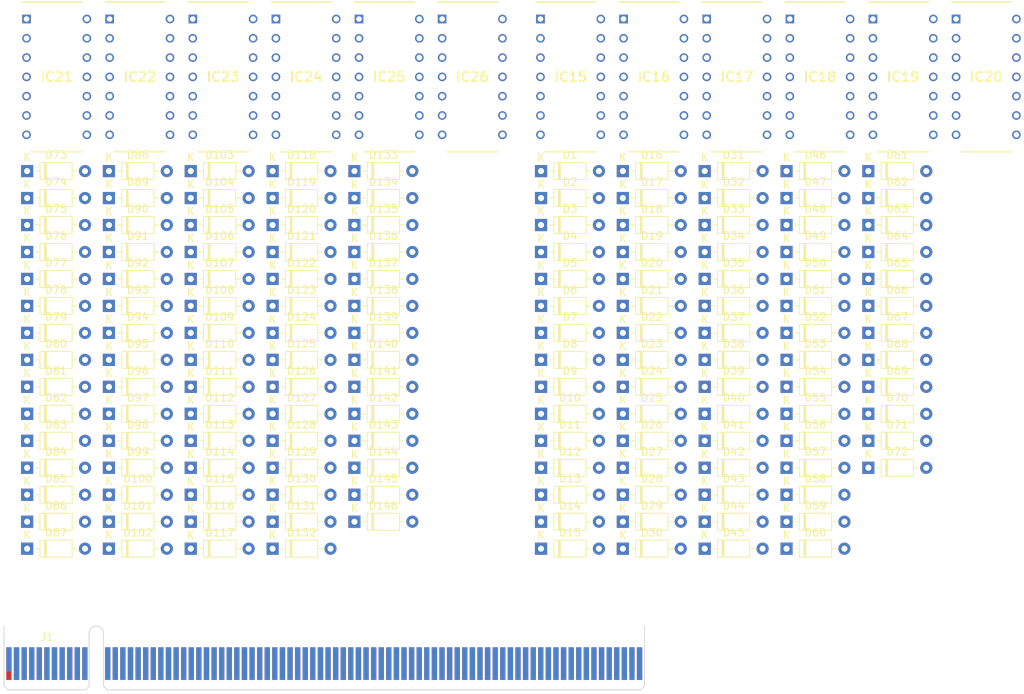
<source format=kicad_pcb>
(kicad_pcb (version 20221018) (generator pcbnew)
  (layers (0 "F.Cu" signal) (1 "In1.Cu" signal) (2 "In2.Cu" signal) (31 "B.Cu" signal) (34 "B.Paste" user) (35 "F.Paste" user) (36 "B.SilkS" user "B.Silkscreen") (37 "F.SilkS" user "F.Silkscreen") (38 "B.Mask" user) (39 "F.Mask" user) (44 "Edge.Cuts" user))
  (net 0 "")
  (net 1 "A (3520 Hz) INV")
  (net 2 "A65S")
  (net 3 "Q1A")
  (net 4 "A53S")
  (net 5 "Q2A")
  (net 6 "A41S")
  (net 7 "Q3A")
  (net 8 "A29S")
  (net 9 "Q4A")
  (net 10 "A17S")
  (net 11 "Q5A")
  (net 12 "A5S")
  (net 13 "Q6A")
  (net 14 "A# (3726 Hz) INV")
  (net 15 "A#66S")
  (net 16 "Q1A#")
  (net 17 "A#54S")
  (net 18 "Q2A#")
  (net 19 "A#42S")
  (net 20 "Q3A#")
  (net 21 "A#30S")
  (net 22 "Q4A#")
  (net 23 "A#18S")
  (net 24 "Q5A#")
  (net 25 "A#6S")
  (net 26 "Q6A#")
  (net 27 "B (3949 Hz) INV")
  (net 28 "B67S")
  (net 29 "Q1B")
  (net 30 "B55S")
  (net 31 "Q2B")
  (net 32 "B43S")
  (net 33 "Q3B")
  (net 34 "B31S")
  (net 35 "Q4B")
  (net 36 "B19S")
  (net 37 "Q5B")
  (net 38 "B7S")
  (net 39 "Q6B")
  (net 40 "C (4188 Hz) INV")
  (net 41 "C68S")
  (net 42 "Q1C")
  (net 43 "C56S")
  (net 44 "Q2C")
  (net 45 "C44S")
  (net 46 "Q3C")
  (net 47 "C32S")
  (net 48 "Q4C")
  (net 49 "C20S")
  (net 50 "Q5C")
  (net 51 "C8S")
  (net 52 "Q6C")
  (net 53 "C# (4434 Hz) INV")
  (net 54 "C#69S")
  (net 55 "Q1C#")
  (net 56 "C#57S")
  (net 57 "Q2C#")
  (net 58 "C#45S")
  (net 59 "Q3C#")
  (net 60 "C#33S")
  (net 61 "Q4C#")
  (net 62 "C#21S")
  (net 63 "Q5C#")
  (net 64 "C#9S")
  (net 65 "Q6C#")
  (net 66 "D (4697 Hz) INV")
  (net 67 "D70S")
  (net 68 "Q1D")
  (net 69 "D58S")
  (net 70 "Q2D")
  (net 71 "D46S")
  (net 72 "Q3D")
  (net 73 "D34S")
  (net 74 "Q4D")
  (net 75 "D22S")
  (net 76 "Q5D")
  (net 77 "D10S")
  (net 78 "Q6D")
  (net 79 "D# (4976 Hz) INV")
  (net 80 "D#71S")
  (net 81 "E (5274 Hz) INV")
  (net 82 "E72S")
  (net 83 "F (5590 Hz) INV")
  (net 84 "F73S")
  (net 85 "Q1F#")
  (net 86 "F#62S")
  (net 87 "Q1G")
  (net 88 "G63S")
  (net 89 "Q2G")
  (net 90 "Q1D#")
  (net 91 "Q1E")
  (net 92 "Q1F")
  (net 93 "Q2F#")
  (net 94 "Q1G#")
  (net 95 "G#64S")
  (net 96 "Q2G#")
  (net 97 "D#59S")
  (net 98 "E60S")
  (net 99 "F61S")
  (net 100 "F#50S")
  (net 101 "G51S")
  (net 102 "G#52S")
  (net 103 "Q2D#")
  (net 104 "Q2E")
  (net 105 "Q2F")
  (net 106 "Q3F#")
  (net 107 "Q3G")
  (net 108 "Q3G#")
  (net 109 "D#47S")
  (net 110 "E48S")
  (net 111 "F49S")
  (net 112 "F#38S")
  (net 113 "G39S")
  (net 114 "G#40S")
  (net 115 "Q3D#")
  (net 116 "Q3E")
  (net 117 "Q3F")
  (net 118 "Q4F#")
  (net 119 "Q4G")
  (net 120 "Q4G#")
  (net 121 "D#35S")
  (net 122 "E36S")
  (net 123 "F37S")
  (net 124 "F#26S")
  (net 125 "G27S")
  (net 126 "G#28S")
  (net 127 "Q4D#")
  (net 128 "Q4E")
  (net 129 "Q4F")
  (net 130 "Q5F#")
  (net 131 "Q5G")
  (net 132 "Q5G#")
  (net 133 "D#23S")
  (net 134 "E24S")
  (net 135 "F25S")
  (net 136 "F#14S")
  (net 137 "G15S")
  (net 138 "G#16S")
  (net 139 "Q5D#")
  (net 140 "Q5E")
  (net 141 "Q5F")
  (net 142 "Q6F#")
  (net 143 "Q6G")
  (net 144 "Q6G#")
  (net 145 "D#11S")
  (net 146 "E12S")
  (net 147 "F13S")
  (net 148 "F#2S")
  (net 149 "G3S")
  (net 150 "G#4S")
  (net 151 "Q6D#")
  (net 152 "Q6E")
  (net 153 "Q6F")
  (net 154 "Q7F#")
  (net 155 "Q7G")
  (net 156 "Q7G#")
  (net 157 "F1S")
  (net 158 "Q7F")
  (net 159 "GND")
  (net 164 "+15V")
  (net 196 "F# (5923 Hz) INV")
  (net 200 "G (6275 Hz) INV")
  (net 204 "G# (6642 Hz) INV")
  (net 208 "+30V")
  (net 209 "-15V")
  (net 210 "+VT")
  (net 211 "SELECT 6")
  (net 212 "SELECT 7")
  (net 213 "SELECT 8")
  (net 214 "EXP 1")
  (net 215 "EXP 2")
  (net 216 "EXP 3")
  (net 217 "EXP 4")
  (net 218 "EXP 5")
  (net 219 "EXP 6")
  (net 220 "EXP 7")
  (net 221 "F1")
  (net 222 "F#2")
  (net 223 "G3")
  (net 224 "G#4")
  (net 225 "A5")
  (net 226 "A#6")
  (net 227 "B7")
  (net 228 "C8")
  (net 229 "C#9")
  (net 230 "D10")
  (net 231 "D#11")
  (net 232 "E12")
  (net 233 "F13")
  (net 234 "F#14")
  (net 235 "G15")
  (net 236 "G#16")
  (net 237 "A17")
  (net 238 "A#18")
  (net 239 "B19")
  (net 240 "C20")
  (net 241 "C#21")
  (net 242 "D22")
  (net 243 "D#23")
  (net 244 "E24")
  (net 245 "F25")
  (net 246 "F#26")
  (net 247 "G27")
  (net 248 "G#28")
  (net 249 "A29")
  (net 250 "A#30")
  (net 251 "B31")
  (net 252 "C32")
  (net 253 "C#33")
  (net 254 "D34")
  (net 255 "D#35")
  (net 256 "E36")
  (net 257 "+VED")
  (net 258 "SUSTAIN")
  (net 259 "SOFT")
  (net 260 "LINE OUT")
  (net 261 "EXP8")
  (net 262 "EXP9")
  (net 263 "EXP10")
  (net 264 "EXP 11")
  (net 265 "EXP 12")
  (net 266 "EXP 13")
  (net 267 "SELECT 1")
  (net 268 "F73")
  (net 269 "E72")
  (net 270 "D#71")
  (net 271 "D70")
  (net 272 "C#69")
  (net 273 "C68")
  (net 274 "B67")
  (net 275 "A#66")
  (net 276 "A65")
  (net 277 "G#64")
  (net 278 "G63")
  (net 279 "F#62")
  (net 280 "F61")
  (net 281 "E60")
  (net 282 "D#59")
  (net 283 "D58")
  (net 284 "C#57")
  (net 285 "C56")
  (net 286 "B55")
  (net 287 "A#54")
  (net 288 "A53")
  (net 289 "G#52")
  (net 290 "G51")
  (net 291 "F#50")
  (net 292 "F49")
  (net 293 "E48")
  (net 294 "D#47")
  (net 295 "D46")
  (net 296 "C#45")
  (net 297 "C44")
  (net 298 "B43")
  (net 299 "A#42")
  (net 300 "A41")
  (net 301 "G#40")
  (net 302 "G39")
  (net 303 "F#38")
  (net 304 "F37")
  (footprint "Diode_THT:D_DO-35_SOD27_P7.62mm_Horizontal" (layer "F.Cu") (at 18.7188 121.2088)
    (fp_text reference "D80")
    (fp_text value "1N4148")
  )
  (footprint "Diode_THT:D_DO-35_SOD27_P7.62mm_Horizontal" (layer "F.Cu") (at 86.3588 107.0088)
    (fp_text reference "D4")
    (fp_text value "1N4148")
  )
  (footprint "Diode_THT:D_DO-35_SOD27_P7.62mm_Horizontal" (layer "F.Cu") (at 118.6688 96.3588)
    (fp_text reference "D46")
    (fp_text value "1N4148")
  )
  (footprint "Diode_THT:D_DO-35_SOD27_P7.62mm_Horizontal" (layer "F.Cu") (at 118.6688 114.1088)
    (fp_text reference "D51")
    (fp_text value "1N4148")
  )
  (footprint "Diode_THT:D_DO-35_SOD27_P7.62mm_Horizontal" (layer "F.Cu") (at 97.1288 114.1088)
    (fp_text reference "D21")
    (fp_text value "1N4148")
  )
  (footprint "Diode_THT:D_DO-35_SOD27_P7.62mm_Horizontal" (layer "F.Cu") (at 51.0288 124.7588)
    (fp_text reference "D126")
    (fp_text value "1N4148")
  )
  (footprint "Diode_THT:D_DO-35_SOD27_P7.62mm_Horizontal" (layer "F.Cu") (at 107.8988 96.3588)
    (fp_text reference "D31")
    (fp_text value "1N4148")
  )
  (footprint "Diode_THT:D_DO-35_SOD27_P7.62mm_Horizontal" (layer "F.Cu") (at 40.2588 146.0588)
    (fp_text reference "D117")
    (fp_text value "1N4148")
  )
  (footprint "Diode_THT:D_DO-35_SOD27_P7.62mm_Horizontal" (layer "F.Cu") (at 51.0288 128.3088)
    (fp_text reference "D127")
    (fp_text value "1N4148")
  )
  (footprint "Diode_THT:D_DO-35_SOD27_P7.62mm_Horizontal" (layer "F.Cu") (at 40.2588 117.6588)
    (fp_text reference "D109")
    (fp_text value "1N4148")
  )
  (footprint "Diode_THT:D_DO-35_SOD27_P7.62mm_Horizontal" (layer "F.Cu") (at 97.1288 99.9088)
    (fp_text reference "D17")
    (fp_text value "1N4148")
  )
  (footprint "Diode_THT:D_DO-35_SOD27_P7.62mm_Horizontal" (layer "F.Cu") (at 51.0288 107.0088)
    (fp_text reference "D121")
    (fp_text value "1N4148")
  )
  (footprint "SamacSys_Parts:DIP794W53P254L1930H508Q14N" (layer "F.Cu") (at 90.2538 83.9638)
    (fp_text reference "IC15")
    (fp_text value "CD4024BE" hide)
  )
  (footprint "Diode_THT:D_DO-35_SOD27_P7.62mm_Horizontal" (layer "F.Cu") (at 51.0288 135.4088)
    (fp_text reference "D129")
    (fp_text value "1N4148")
  )
  (footprint "Diode_THT:D_DO-35_SOD27_P7.62mm_Horizontal" (layer "F.Cu") (at 40.2588 131.8588)
    (fp_text reference "D113")
    (fp_text value "1N4148")
  )
  (footprint "Diode_THT:D_DO-35_SOD27_P7.62mm_Horizontal" (layer "F.Cu") (at 107.8988 142.5088)
    (fp_text reference "D44")
    (fp_text value "1N4148")
  )
  (footprint "Diode_THT:D_DO-35_SOD27_P7.62mm_Horizontal" (layer "F.Cu") (at 29.4888 121.2088)
    (fp_text reference "D95")
    (fp_text value "1N4148")
  )
  (footprint "Diode_THT:D_DO-35_SOD27_P7.62mm_Horizontal" (layer "F.Cu") (at 107.8988 110.5588)
    (fp_text reference "D35")
    (fp_text value "1N4148")
  )
  (footprint "Diode_THT:D_DO-35_SOD27_P7.62mm_Horizontal" (layer "F.Cu") (at 29.4888 142.5088)
    (fp_text reference "D101")
    (fp_text value "1N4148")
  )
  (footprint "Diode_THT:D_DO-35_SOD27_P7.62mm_Horizontal" (layer "F.Cu") (at 18.7188 96.3588)
    (fp_text reference "D73")
    (fp_text value "1N4148")
  )
  (footprint "Diode_THT:D_DO-35_SOD27_P7.62mm_Horizontal" (layer "F.Cu") (at 97.1288 121.2088)
    (fp_text reference "D23")
    (fp_text value "1N4148")
  )
  (footprint "Diode_THT:D_DO-35_SOD27_P7.62mm_Horizontal" (layer "F.Cu") (at 86.3588 138.9588)
    (fp_text reference "D13")
    (fp_text value "1N4148")
  )
  (footprint "Diode_THT:D_DO-35_SOD27_P7.62mm_Horizontal" (layer "F.Cu") (at 118.6688 135.4088)
    (fp_text reference "D57")
    (fp_text value "1N4148")
  )
  (footprint "Diode_THT:D_DO-35_SOD27_P7.62mm_Horizontal" (layer "F.Cu") (at 29.4888 110.5588)
    (fp_text reference "D92")
    (fp_text value "1N4148")
  )
  (footprint "Diode_THT:D_DO-35_SOD27_P7.62mm_Horizontal" (layer "F.Cu") (at 40.2588 121.2088)
    (fp_text reference "D110")
    (fp_text value "1N4148")
  )
  (footprint "Diode_THT:D_DO-35_SOD27_P7.62mm_Horizontal" (layer "F.Cu") (at 129.4388 117.6588)
    (fp_text reference "D67")
    (fp_text value "1N4148")
  )
  (footprint "Diode_THT:D_DO-35_SOD27_P7.62mm_Horizontal" (layer "F.Cu") (at 61.7988 107.0088)
    (fp_text reference "D136")
    (fp_text value "1N4148")
  )
  (footprint "SamacSys_Parts:DIP794W53P254L1930H508Q14N" (layer "F.Cu") (at 55.4338 83.9638)
    (fp_text reference "IC24")
    (fp_text value "CD4024BE" hide)
  )
  (footprint "Diode_THT:D_DO-35_SOD27_P7.62mm_Horizontal" (layer "F.Cu") (at 40.2588 135.4088)
    (fp_text reference "D114")
    (fp_text value "1N4148")
  )
  (footprint "Diode_THT:D_DO-35_SOD27_P7.62mm_Horizontal" (layer "F.Cu") (at 29.4888 138.9588)
    (fp_text reference "D100")
    (fp_text value "1N4148")
  )
  (footprint "Diode_THT:D_DO-35_SOD27_P7.62mm_Horizontal" (layer "F.Cu") (at 51.0288 103.4588)
    (fp_text reference "D120")
    (fp_text value "1N4148")
  )
  (footprint "Diode_THT:D_DO-35_SOD27_P7.62mm_Horizontal" (layer "F.Cu") (at 107.8988 114.1088)
    (fp_text reference "D36")
    (fp_text value "1N4148")
  )
  (footprint "Diode_THT:D_DO-35_SOD27_P7.62mm_Horizontal" (layer "F.Cu") (at 86.3588 121.2088)
    (fp_text reference "D8")
    (fp_text value "1N4148")
  )
  (footprint "Diode_THT:D_DO-35_SOD27_P7.62mm_Horizontal" (layer "F.Cu") (at 40.2588 138.9588)
    (fp_text reference "D115")
    (fp_text value "1N4148")
  )
  (footprint "Diode_THT:D_DO-35_SOD27_P7.62mm_Horizontal" (layer "F.Cu") (at 86.3588 142.5088)
    (fp_text reference "D14")
    (fp_text value "1N4148")
  )
  (footprint "Diode_THT:D_DO-35_SOD27_P7.62mm_Horizontal" (layer "F.Cu") (at 18.7188 138.9588)
    (fp_text reference "D85")
    (fp_text value "1N4148")
  )
  (footprint "Diode_THT:D_DO-35_SOD27_P7.62mm_Horizontal" (layer "F.Cu") (at 107.8988 124.7588)
    (fp_text reference "D39")
    (fp_text value "1N4148")
  )
  (footprint "SamacSys_Parts:DIP794W53P254L1930H508Q14N" (layer "F.Cu") (at 44.4938 83.9638)
    (fp_text reference "IC23")
    (fp_text value "CD4024BE" hide)
  )
  (footprint "Diode_THT:D_DO-35_SOD27_P7.62mm_Horizontal" (layer "F.Cu") (at 97.1288 117.6588)
    (fp_text reference "D22")
    (fp_text value "1N4148")
  )
  (footprint "Diode_THT:D_DO-35_SOD27_P7.62mm_Horizontal" (layer "F.Cu") (at 51.0288 110.5588)
    (fp_text reference "D122")
    (fp_text value "1N4148")
  )
  (footprint "Diode_THT:D_DO-35_SOD27_P7.62mm_Horizontal" (layer "F.Cu") (at 51.0288 114.1088)
    (fp_text reference "D123")
    (fp_text value "1N4148")
  )
  (footprint "Diode_THT:D_DO-35_SOD27_P7.62mm_Horizontal" (layer "F.Cu") (at 97.1288 135.4088)
    (fp_text reference "D27")
    (fp_text value "1N4148")
  )
  (footprint "Diode_THT:D_DO-35_SOD27_P7.62mm_Horizontal" (layer "F.Cu") (at 97.1288 128.3088)
    (fp_text reference "D25")
    (fp_text value "1N4148")
  )
  (footprint "Diode_THT:D_DO-35_SOD27_P7.62mm_Horizontal" (layer "F.Cu") (at 61.7988 103.4588)
    (fp_text reference "D135")
    (fp_text value "1N4148")
  )
  (footprint "Diode_THT:D_DO-35_SOD27_P7.62mm_Horizontal" (layer "F.Cu") (at 61.7988 110.5588)
    (fp_text reference "D137")
    (fp_text value "1N4148")
  )
  (footprint "Diode_THT:D_DO-35_SOD27_P7.62mm_Horizontal" (layer "F.Cu") (at 29.4888 124.7588)
    (fp_text reference "D96")
    (fp_text value "1N4148")
  )
  (footprint "Diode_THT:D_DO-35_SOD27_P7.62mm_Horizontal" (layer "F.Cu") (at 118.6688 121.2088)
    (fp_text reference "D53")
    (fp_text value "1N4148")
  )
  (footprint "Diode_THT:D_DO-35_SOD27_P7.62mm_Horizontal" (layer "F.Cu") (at 97.1288 131.8588)
    (fp_text reference "D26")
    (fp_text value "1N4148")
  )
  (footprint "Diode_THT:D_DO-35_SOD27_P7.62mm_Horizontal" (layer "F.Cu") (at 18.7188 99.9088)
    (fp_text reference "D74")
    (fp_text value "1N4148")
  )
  (footprint "Diode_THT:D_DO-35_SOD27_P7.62mm_Horizontal" (layer "F.Cu") (at 97.1288 103.4588)
    (fp_text reference "D18")
    (fp_text value "1N4148")
  )
  (footprint "SamacSys_Parts:DIP794W53P254L1930H508Q14N" (layer "F.Cu") (at 101.1938 83.9638)
    (fp_text reference "IC16")
    (fp_text value "CD4024BE" hide)
  )
  (footprint "Diode_THT:D_DO-35_SOD27_P7.62mm_Horizontal" (layer "F.Cu") (at 86.3588 114.1088)
    (fp_text reference "D6")
    (fp_text value "1N4148")
  )
  (footprint "Diode_THT:D_DO-35_SOD27_P7.62mm_Horizontal" (layer "F.Cu") (at 18.7188 107.0088)
    (fp_text reference "D76")
    (fp_text value "1N4148")
  )
  (footprint "Diode_THT:D_DO-35_SOD27_P7.62mm_Horizontal" (layer "F.Cu") (at 97.1288 107.0088)
    (fp_text reference "D19")
    (fp_text value "1N4148")
  )
  (footprint "Diode_THT:D_DO-35_SOD27_P7.62mm_Horizontal" (layer "F.Cu") (at 40.2588 96.3588)
    (fp_text reference "D103")
    (fp_text value "1N4148")
  )
  (footprint "Diode_THT:D_DO-35_SOD27_P7.62mm_Horizontal" (layer "F.Cu") (at 86.3588 131.8588)
    (fp_text reference "D11")
    (fp_text value "1N4148")
  )
  (footprint "Diode_THT:D_DO-35_SOD27_P7.62mm_Horizontal" (layer "F.Cu") (at 86.3588 128.3088)
    (fp_text reference "D10")
    (fp_text value "1N4148")
  )
  (footprint "Diode_THT:D_DO-35_SOD27_P7.62mm_Horizontal" (layer "F.Cu") (at 51.0288 131.8588)
    (fp_text reference "D128")
    (fp_text value "1N4148")
  )
  (footprint "Diode_THT:D_DO-35_SOD27_P7.62mm_Horizontal" (layer "F.Cu") (at 107.8988 107.0088)
    (fp_text reference "D34")
    (fp_text value "1N4148")
  )
  (footprint "SamacSys_Parts:DIP794W53P254L1930H508Q14N" (layer "F.Cu") (at 33.5538 83.9638)
    (fp_text reference "IC22")
    (fp_text value "CD4024BE" hide)
  )
  (footprint "Diode_THT:D_DO-35_SOD27_P7.62mm_Horizontal" (layer "F.Cu") (at 29.4888 99.9088)
    (fp_text reference "D89")
    (fp_text value "1N4148")
  )
  (footprint "Diode_THT:D_DO-35_SOD27_P7.62mm_Horizontal" (layer "F.Cu") (at 51.0288 117.6588)
    (fp_text reference "D124")
    (fp_text value "1N4148")
  )
  (footprint "Diode_THT:D_DO-35_SOD27_P7.62mm_Horizontal" (layer "F.Cu") (at 118.6688 128.3088)
    (fp_text reference "D55")
    (fp_text value "1N4148")
  )
  (footprint "Diode_THT:D_DO-35_SOD27_P7.62mm_Horizontal" (layer "F.Cu") (at 61.7988 138.9588)
    (fp_text reference "D145")
    (fp_text value "1N4148")
  )
  (footprint "Diode_THT:D_DO-35_SOD27_P7.62mm_Horizontal" (layer "F.Cu") (at 86.3588 135.4088)
    (fp_text reference "D12")
    (fp_text value "1N4148")
  )
  (footprint "Diode_THT:D_DO-35_SOD27_P7.62mm_Horizontal" (layer "F.Cu") (at 107.8988 131.8588)
    (fp_text reference "D41")
    (fp_text value "1N4148")
  )
  (footprint "Diode_THT:D_DO-35_SOD27_P7.62mm_Horizontal" (layer "F.Cu") (at 29.4888 96.3588)
    (fp_text reference "D88")
    (fp_text value "1N4148")
  )
  (footprint "Diode_THT:D_DO-35_SOD27_P7.62mm_Horizontal" (layer "F.Cu") (at 40.2588 99.9088)
    (fp_text reference "D104")
    (fp_text value "1N4148")
  )
  (footprint "Diode_THT:D_DO-35_SOD27_P7.62mm_Horizontal" (layer "F.Cu") (at 40.2588 114.1088)
    (fp_text reference "D108")
    (fp_text value "1N4148")
  )
  (footprint "Diode_THT:D_DO-35_SOD27_P7.62mm_Horizontal" (layer "F.Cu") (at 118.6688 110.5588)
    (fp_text reference "D50")
    (fp_text value "1N4148")
  )
  (footprint "Diode_THT:D_DO-35_SOD27_P7.62mm_Horizontal" (layer "F.Cu") (at 18.7188 146.0588)
    (fp_text reference "D87")
    (fp_text value "1N4148")
  )
  (footprint "SamacSys_Parts:DIP794W53P254L1930H508Q14N" (layer "F.Cu") (at 123.0738 83.9638)
    (fp_text reference "IC18")
    (fp_text value "CD4024BE" hide)
  )
  (footprint "Diode_THT:D_DO-35_SOD27_P7.62mm_Horizontal" (layer "F.Cu") (at 97.1288 110.5588)
    (fp_text reference "D20")
    (fp_text value "1N4148")
  )
  (footprint "Diode_THT:D_DO-35_SOD27_P7.62mm_Horizontal" (layer "F.Cu") (at 18.7188 110.5588)
    (fp_text reference "D77")
    (fp_text value "1N4148")
  )
  (footprint "Diode_THT:D_DO-35_SOD27_P7.62mm_Horizontal" (layer "F.Cu") (at 118.6688 103.4588)
    (fp_text reference "D48")
    (fp_text value "1N4148")
  )
  (footprint "Diode_THT:D_DO-35_SOD27_P7.62mm_Horizontal" (layer "F.Cu") (at 40.2588 124.7588)
    (fp_text reference "D111")
    (fp_text value "1N4148")
  )
  (footprint "Diode_THT:D_DO-35_SOD27_P7.62mm_Horizontal" (layer "F.Cu") (at 129.4388 131.8588)
    (fp_text reference "D71")
    (fp_text value "1N4148")
  )
  (footprint "Diode_THT:D_DO-35_SOD27_P7.62mm_Horizontal" (layer "F.Cu") (at 29.4888 114.1088)
    (fp_text reference "D93")
    (fp_text value "1N4148")
  )
  (footprint "Diode_THT:D_DO-35_SOD27_P7.62mm_Horizontal" (layer "F.Cu") (at 29.4888 135.4088)
    (fp_text reference "D99")
    (fp_text value "1N4148")
  )
  (footprint "Diode_THT:D_DO-35_SOD27_P7.62mm_Horizontal" (layer "F.Cu") (at 129.4388 99.9088)
    (fp_text reference "D62")
    (fp_text value "1N4148")
  )
  (footprint "SamacSys_Parts:DIP794W53P254L1930H508Q14N" (layer "F.Cu") (at 134.0138 83.9638)
    (fp_text reference "IC19")
    (fp_text value "CD4024BE" hide)
  )
  (footprint "Diode_THT:D_DO-35_SOD27_P7.62mm_Horizontal" (layer "F.Cu") (at 86.3588 103.4588)
    (fp_text reference "D3")
    (fp_text value "1N4148")
  )
  (footprint "Diode_THT:D_DO-35_SOD27_P7.62mm_Horizontal" (layer "F.Cu") (at 61.7988 114.1088)
    (fp_text reference "D138")
    (fp_text value "1N4148")
  )
  (footprint "Diode_THT:D_DO-35_SOD27_P7.62mm_Horizontal" (layer "F.Cu") (at 97.1288 124.7588)
    (fp_text reference "D24")
    (fp_text value "1N4148")
  )
  (footprint "Diode_THT:D_DO-35_SOD27_P7.62mm_Horizontal" (layer "F.Cu") (at 18.7188 103.4588)
    (fp_text reference "D75")
    (fp_text value "1N4148")
  )
  (footprint "Diode_THT:D_DO-35_SOD27_P7.62mm_Horizontal" (layer "F.Cu") (at 129.4388 114.1088)
    (fp_text reference "D66")
    (fp_text value "1N4148")
  )
  (footprint "Diode_THT:D_DO-35_SOD27_P7.62mm_Horizontal" (layer "F.Cu") (at 40.2588 110.5588)
    (fp_text reference "D107")
    (fp_text value "1N4148")
  )
  (footprint "Diode_THT:D_DO-35_SOD27_P7.62mm_Horizontal" (layer "F.Cu") (at 118.6688 131.8588)
    (fp_text reference "D56")
    (fp_text value "1N4148")
  )
  (footprint "Diode_THT:D_DO-35_SOD27_P7.62mm_Horizontal" (layer "F.Cu") (at 61.7988 124.7588)
    (fp_text reference "D141")
    (fp_text value "1N4148")
  )
  (footprint "Diode_THT:D_DO-35_SOD27_P7.62mm_Horizontal" (layer "F.Cu") (at 107.8988 103.4588)
    (fp_text reference "D33")
    (fp_text value "1N4148")
  )
  (footprint "Diode_THT:D_DO-35_SOD27_P7.62mm_Horizontal" (layer "F.Cu") (at 97.1288 146.0588)
    (fp_text reference "D30")
    (fp_text value "1N4148")
  )
  (footprint "Diode_THT:D_DO-35_SOD27_P7.62mm_Horizontal" (layer "F.Cu") (at 40.2588 142.5088)
    (fp_text reference "D116")
    (fp_text value "1N4148")
  )
  (footprint "Diode_THT:D_DO-35_SOD27_P7.62mm_Horizontal" (layer "F.Cu") (at 107.8988 128.3088)
    (fp_text reference "D40")
    (fp_text value "1N4148")
  )
  (footprint "Diode_THT:D_DO-35_SOD27_P7.62mm_Horizontal" (layer "F.Cu") (at 118.6688 146.0588)
    (fp_text reference "D60")
    (fp_text value "1N4148")
  )
  (footprint "Diode_THT:D_DO-35_SOD27_P7.62mm_Horizontal" (layer "F.Cu") (at 51.0288 96.3588)
    (fp_text reference "D118")
    (fp_text value "1N4148")
  )
  (footprint "Diode_THT:D_DO-35_SOD27_P7.62mm_Horizontal" (layer "F.Cu") (at 18.7188 142.5088)
    (fp_text reference "D86")
    (fp_text value "1N4148")
  )
  (footprint "Diode_THT:D_DO-35_SOD27_P7.62mm_Horizontal" (layer "F.Cu") (at 51.0288 146.0588)
    (fp_text reference "D132")
    (fp_text value "1N4148")
  )
  (footprint "Diode_THT:D_DO-35_SOD27_P7.62mm_Horizontal" (layer "F.Cu") (at 86.3588 110.5588)
    (fp_text reference "D5")
    (fp_text value "1N4148")
  )
  (footprint "Diode_THT:D_DO-35_SOD27_P7.62mm_Horizontal" (layer "F.Cu") (at 129.4388 107.0088)
    (fp_text reference "D64")
    (fp_text value "1N4148")
  )
  (footprint "Diode_THT:D_DO-35_SOD27_P7.62mm_Horizontal" (layer "F.Cu") (at 118.6688 142.5088)
    (fp_text reference "D59")
    (fp_text value "1N4148")
  )
  (footprint "SamacSys_Parts:DIP794W53P254L1930H508Q14N" (layer "F.Cu") (at 66.3738 83.9638)
    (fp_text reference "IC25")
    (fp_text value "CD4024BE" hide)
  )
  (footprint "Diode_THT:D_DO-35_SOD27_P7.62mm_Horizontal" (layer "F.Cu") (at 129.4388 121.2088)
    (fp_text reference "D68")
    (fp_text value "1N4148")
  )
  (footprint "Diode_THT:D_DO-35_SOD27_P7.62mm_Horizontal" (layer "F.Cu") (at 118.6688 138.9588)
    (fp_text reference "D58")
    (fp_text value "1N4148")
  )
  (footprint "Diode_THT:D_DO-35_SOD27_P7.62mm_Horizontal" (layer "F.Cu") (at 18.7188 131.8588)
    (fp_text reference "D83")
    (fp_text value "1N4148")
  )
  (footprint "SamacSys_Parts:DIP794W53P254L1930H508Q14N" (layer "F.Cu") (at 144.9538 83.9638)
    (fp_text reference "IC20")
    (fp_text value "CD4024BE" hide)
  )
  (footprint "Diode_THT:D_DO-35_SOD27_P7.62mm_Horizontal" (layer "F.Cu") (at 61.7988 128.3088)
    (fp_text reference "D142")
    (fp_text value "1N4148")
  )
  (footprint "Diode_THT:D_DO-35_SOD27_P7.62mm_Horizontal" (layer "F.Cu") (at 29.4888 117.6588)
    (fp_text reference "D94")
    (fp_text value "1N4148")
  )
  (footprint "Diode_THT:D_DO-35_SOD27_P7.62mm_Horizontal" (layer "F.Cu") (at 129.4388 124.7588)
    (fp_text reference "D69")
    (fp_text value "1N4148")
  )
  (footprint "Diode_THT:D_DO-35_SOD27_P7.62mm_Horizontal" (layer "F.Cu") (at 129.4388 135.4088)
    (fp_text reference "D72")
    (fp_text value "1N4148")
  )
  (footprint "Diode_THT:D_DO-35_SOD27_P7.62mm_Horizontal" (layer "F.Cu") (at 61.7988 131.8588)
    (fp_text reference "D143")
    (fp_text value "1N4148")
  )
  (footprint "SamacSys_Parts:DIP794W53P254L1930H508Q14N" (layer "F.Cu") (at 22.6138 83.9638)
    (fp_text reference "IC21")
    (fp_text value "CD4024BE" hide)
  )
  (footprint "Diode_THT:D_DO-35_SOD27_P7.62mm_Horizontal" (layer "F.Cu") (at 51.0288 121.2088)
    (fp_text reference "D125")
    (fp_text value "1N4148")
  )
  (footprint "Diode_THT:D_DO-35_SOD27_P7.62mm_Horizontal" (layer "F.Cu") (at 29.4888 128.3088)
    (fp_text reference "D97")
    (fp_text value "1N4148")
  )
  (footprint "Diode_THT:D_DO-35_SOD27_P7.62mm_Horizontal" (layer "F.Cu") (at 18.7188 124.7588)
    (fp_text reference "D81")
    (fp_text value "1N4148")
  )
  (footprint "Diode_THT:D_DO-35_SOD27_P7.62mm_Horizontal" (layer "F.Cu") (at 51.0288 138.9588)
    (fp_text reference "D130")
    (fp_text value "1N4148")
  )
  (footprint "SamacSys_Parts:DIP794W53P254L1930H508Q14N" (layer "F.Cu") (at 77.3138 83.9638)
    (fp_text reference "IC26")
    (fp_text value "CD4024BE" hide)
  )
  (footprint "Diode_THT:D_DO-35_SOD27_P7.62mm_Horizontal" (layer "F.Cu") (at 86.3588 146.0588)
    (fp_text reference "D15")
    (fp_text value "1N4148")
  )
  (footprint "Diode_THT:D_DO-35_SOD27_P7.62mm_Horizontal" (layer "F.Cu") (at 86.3588 117.6588)
    (fp_text reference "D7")
    (fp_text value "1N4148")
  )
  (footprint "Diode_THT:D_DO-35_SOD27_P7.62mm_Horizontal" (layer "F.Cu") (at 107.8988 117.6588)
    (fp_text reference "D37")
    (fp_text value "1N4148")
  )
  (footprint "Diode_THT:D_DO-35_SOD27_P7.62mm_Horizontal" (layer "F.Cu") (at 129.4388 96.3588)
    (fp_text reference "D61")
    (fp_text value "1N4148")
  )
  (footprint "Diode_THT:D_DO-35_SOD27_P7.62mm_Horizontal" (layer "F.Cu") (at 86.3588 124.7588)
    (fp_text reference "D9")
    (fp_text value "1N4148")
  )
  (footprint "Diode_THT:D_DO-35_SOD27_P7.62mm_Horizontal" (layer "F.Cu") (at 18.7188 128.3088)
    (fp_text reference "D82")
    (fp_text value "1N4148")
  )
  (footprint "Diode_THT:D_DO-35_SOD27_P7.62mm_Horizontal" (layer "F.Cu") (at 18.7188 114.1088)
    (fp_text reference "D78")
    (fp_text value "1N4148")
  )
  (footprint "Diode_THT:D_DO-35_SOD27_P7.62mm_Horizontal" (layer "F.Cu") (at 97.1288 96.3588)
    (fp_text reference "D16")
    (fp_text value "1N4148")
  )
  (footprint "Connector_PCBEdge:BUS_PCIexpress_x16" (layer "F.Cu") (at 16.326 161.1884)
    (fp_text reference "J1")
    (fp_text value "Edge Connector")
    (fp_line (start -0.65 -4.95) (end -0.65 2.95) (stroke (width 0.1)) (layer "Edge.Cuts"))
    (fp_line (start -0.65 2.95) (end -0.15 3.45) (stroke (width 0.1)) (layer "Edge.Cuts"))
    (fp_line (start -0.15 3.45) (end 10.05 3.45) (stroke (width 0.1)) (layer "Edge.Cuts"))
    (fp_line (start 10.55 -4) (end 10.55 2.95) (stroke (width 0.1)) (layer "Edge.Cuts"))
    (fp_line (start 10.55 2.95) (end 10.05 3.45) (stroke (width 0.1)) (layer "Edge.Cuts"))
    (fp_line (start 12.45 -4) (end 12.45 2.95) (stroke (width 0.1)) (layer "Edge.Cuts"))
    (fp_line (start 12.45 2.95) (end 12.95 3.45) (stroke (width 0.1)) (layer "Edge.Cuts"))
    (fp_line (start 12.95 3.45) (end 83.15 3.45) (stroke (width 0.1)) (layer "Edge.Cuts"))
    (fp_line (start 83.65 -4.95) (end 83.65 2.95) (stroke (width 0.1)) (layer "Edge.Cuts"))
    (fp_line (start 83.65 2.95) (end 83.15 3.45) (stroke (width 0.1)) (layer "Edge.Cuts"))
    (fp_arc (start 10.55 -4) (mid 11.5 -4.95) (end 12.45 -4) (stroke (width 0.1)) (layer "Edge.Cuts"))
  )
  (footprint "Diode_THT:D_DO-35_SOD27_P7.62mm_Horizontal" (layer "F.Cu") (at 129.4388 103.4588)
    (fp_text reference "D63")
    (fp_text value "1N4148")
  )
  (footprint "Diode_THT:D_DO-35_SOD27_P7.62mm_Horizontal" (layer "F.Cu") (at 61.7988 121.2088)
    (fp_text reference "D140")
    (fp_text value "1N4148")
  )
  (footprint "Diode_THT:D_DO-35_SOD27_P7.62mm_Horizontal" (layer "F.Cu") (at 118.6688 107.0088)
    (fp_text reference "D49")
    (fp_text value "1N4148")
  )
  (footprint "Diode_THT:D_DO-35_SOD27_P7.62mm_Horizontal" (layer "F.Cu") (at 107.8988 138.9588)
    (fp_text reference "D43")
    (fp_text value "1N4148")
  )
  (footprint "Diode_THT:D_DO-35_SOD27_P7.62mm_Horizontal" (layer "F.Cu") (at 18.7188 117.6588)
    (fp_text reference "D79")
    (fp_text value "1N4148")
  )
  (footprint "Diode_THT:D_DO-35_SOD27_P7.62mm_Horizontal" (layer "F.Cu") (at 97.1288 138.9588)
    (fp_text reference "D28")
    (fp_text value "1N4148")
  )
  (footprint "Diode_THT:D_DO-35_SOD27_P7.62mm_Horizontal" (layer "F.Cu") (at 118.6688 117.6588)
    (fp_text reference "D52")
    (fp_text value "1N4148")
  )
  (footprint "Diode_THT:D_DO-35_SOD27_P7.62mm_Horizontal" (layer "F.Cu") (at 29.4888 131.8588)
    (fp_text reference "D98")
    (fp_text value "1N4148")
  )
  (footprint "Diode_THT:D_DO-35_SOD27_P7.62mm_Horizontal" (layer "F.Cu") (at 51.0288 99.9088)
    (fp_text reference "D119")
    (fp_text value "1N4148")
  )
  (footprint "Diode_THT:D_DO-35_SOD27_P7.62mm_Horizontal" (layer "F.Cu") (at 129.4388 128.3088)
    (fp_text reference "D70")
    (fp_text value "1N4148")
  )
  (footprint "Diode_THT:D_DO-35_SOD27_P7.62mm_Horizontal" (layer "F.Cu") (at 40.2588 107.0088)
    (fp_text reference "D106")
    (fp_text value "1N4148")
  )
  (footprint "Diode_THT:D_DO-35_SOD27_P7.62mm_Horizontal" (layer "F.Cu") (at 40.2588 103.4588)
    (fp_text reference "D105")
    (fp_text value "1N4148")
  )
  (footprint "Diode_THT:D_DO-35_SOD27_P7.62mm_Horizontal" (layer "F.Cu") (at 18.7188 135.4088)
    (fp_text reference "D84")
    (fp_text value "1N4148")
  )
  (footprint "Diode_THT:D_DO-35_SOD27_P7.62mm_Horizontal" (layer "F.Cu") (at 29.4888 146.0588)
    (fp_text reference "D102")
    (fp_text value "1N4148")
  )
  (footprint "SamacSys_Parts:DIP794W53P254L1930H508Q14N" (layer "F.Cu") (at 112.1338 83.9638)
    (fp_text reference "IC17")
    (fp_text value "CD4024BE" hide)
  )
  (footprint "Diode_THT:D_DO-35_SOD27_P7.62mm_Horizontal" (layer "F.Cu") (at 29.4888 107.0088)
    (fp_text reference "D91")
    (fp_text value "1N4148")
  )
  (footprint "Diode_THT:D_DO-35_SOD27_P7.62mm_Horizontal" (layer "F.Cu") (at 107.8988 146.0588)
    (fp_text reference "D45")
    (fp_text value "1N4148")
  )
  (footprint "Diode_THT:D_DO-35_SOD27_P7.62mm_Horizontal" (layer "F.Cu") (at 61.7988 96.3588)
    (fp_text reference "D133")
    (fp_text value "1N4148")
  )
  (footprint "Diode_THT:D_DO-35_SOD27_P7.62mm_Horizontal" (layer "F.Cu") (at 129.4388 110.5588)
    (fp_text reference "D65")
    (fp_text value "1N4148")
  )
  (footprint "Diode_THT:D_DO-35_SOD27_P7.62mm_Horizontal" (layer "F.Cu") (at 61.7988 142.5088)
    (fp_text reference "D146")
    (fp_text value "1N4148")
  )
  (footprint "Diode_THT:D_DO-35_SOD27_P7.62mm_Horizontal" (layer "F.Cu") (at 118.6688 99.9088)
    (fp_text reference "D47")
    (fp_text value "1N4148")
  )
  (footprint "Diode_THT:D_DO-35_SOD27_P7.62mm_Horizontal" (layer "F.Cu") (at 107.8988 121.2088)
    (fp_text reference "D38")
    (fp_text value "1N4148")
  )
  (footprint "Diode_THT:D_DO-35_SOD27_P7.62mm_Horizontal" (layer "F.Cu") (at 51.0288 142.5088)
    (fp_text reference "D131")
    (fp_text value "1N4148")
  )
  (footprint "Diode_THT:D_DO-35_SOD27_P7.62mm_Horizontal" (layer "F.Cu") (at 97.1288 142.5088)
    (fp_text reference "D29")
    (fp_text value "1N4148")
  )
  (footprint "Diode_THT:D_DO-35_SOD27_P7.62mm_Horizontal" (layer "F.Cu") (at 118.6688 124.7588)
    (fp_text reference "D54")
    (fp_text value "1N4148")
  )
  (footprint "Diode_THT:D_DO-35_SOD27_P7.62mm_Horizontal" (layer "F.Cu") (at 61.7988 135.4088)
    (fp_text reference "D144")
    (fp_text value "1N4148")
  )
  (footprint "Diode_THT:D_DO-35_SOD27_P7.62mm_Horizontal" (layer "F.Cu") (at 29.4888 103.4588)
    (fp_text reference "D90")
    (fp_text value "1N4148")
  )
  (footprint "Diode_THT:D_DO-35_SOD27_P7.62mm_Horizontal" (layer "F.Cu") (at 40.2588 128.3088)
    (fp_text reference "D112")
    (fp_text value "1N4148")
  )
  (footprint "Diode_THT:D_DO-35_SOD27_P7.62mm_Horizontal" (layer "F.Cu") (at 86.3588 99.9088)
    (fp_text reference "D2")
    (fp_text value "1N4148")
  )
  (footprint "Diode_THT:D_DO-35_SOD27_P7.62mm_Horizontal" (layer "F.Cu") (at 107.8988 99.9088)
    (fp_text reference "D32")
    (fp_text value "1N4148")
  )
  (footprint "Diode_THT:D_DO-35_SOD27_P7.62mm_Horizontal" (layer "F.Cu") (at 61.7988 117.6588)
    (fp_text reference "D139")
    (fp_text value "1N4148")
  )
  (footprint "Diode_THT:D_DO-35_SOD27_P7.62mm_Horizontal" (layer "F.Cu") (at 107.8988 135.4088)
    (fp_text reference "D42")
    (fp_text value "1N4148")
  )
  (footprint "Diode_THT:D_DO-35_SOD27_P7.62mm_Horizontal" (layer "F.Cu") (at 86.3588 96.3588)
    (fp_text reference "D1")
    (fp_text value "1N4148")
  )
  (footprint "Diode_THT:D_DO-35_SOD27_P7.62mm_Horizontal" (layer "F.Cu") (at 61.7988 99.9088)
    (fp_text reference "D134")
    (fp_text value "1N4148")
  )
)
</source>
